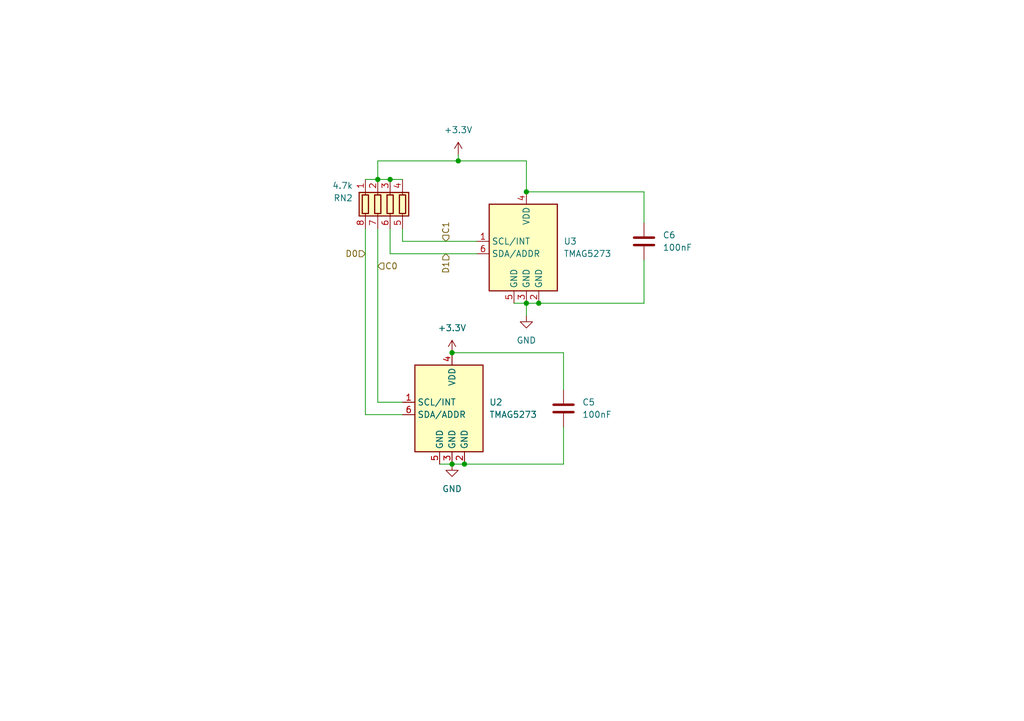
<source format=kicad_sch>
(kicad_sch (version 20230121) (generator eeschema)
  (paper "A5")
  (lib_symbols
    (symbol "Device:C" (pin_numbers hide) (pin_names (offset 0.254))
      (property "Reference" "C" (at 0.635 2.54 0))
      (property "Value" "C" (at 0.635 -2.54 0))
      (symbol "C_0_1"
        (polyline (pts (xy -2.032 -0.762) (xy 2.032 -0.762)) (stroke (width 0.508)))
        (polyline (pts (xy -2.032 0.762) (xy 2.032 0.762)) (stroke (width 0.508)))
      )
      (symbol "C_1_1"
        (pin passive line (at 0 3.81 270) (length 2.794) (name "~") (number "1"))
        (pin passive line (at 0 -3.81 90) (length 2.794) (name "~") (number "2"))
      )
    )
    (symbol "Device:R_Pack04" (pin_names (offset 0) hide)
      (property "Reference" "RN" (at -7.62 0 90))
      (property "Value" "R_Pack04" (at 5.08 0 90))
      (symbol "R_Pack04_0_1"
        (rectangle (start -6.35 -2.413) (end 3.81 2.413) (stroke (width 0.254)) (fill (type background)))
        (rectangle (start -5.715 1.905) (end -4.445 -1.905) (stroke (width 0.254)))
        (rectangle (start -3.175 1.905) (end -1.905 -1.905) (stroke (width 0.254)))
        (rectangle (start -0.635 1.905) (end 0.635 -1.905) (stroke (width 0.254)))
        (polyline (pts (xy -5.08 -2.54) (xy -5.08 -1.905)))
        (polyline (pts (xy -5.08 1.905) (xy -5.08 2.54)))
        (polyline (pts (xy -2.54 -2.54) (xy -2.54 -1.905)))
        (polyline (pts (xy -2.54 1.905) (xy -2.54 2.54)))
        (polyline (pts (xy 0 -2.54) (xy 0 -1.905)))
        (polyline (pts (xy 0 1.905) (xy 0 2.54)))
        (polyline (pts (xy 2.54 -2.54) (xy 2.54 -1.905)))
        (polyline (pts (xy 2.54 1.905) (xy 2.54 2.54)))
        (rectangle (start 1.905 1.905) (end 3.175 -1.905) (stroke (width 0.254)))
      )
      (symbol "R_Pack04_1_1"
        (pin passive line (at -5.08 -5.08 90) (length 2.54) (name "R1.1") (number "1"))
        (pin passive line (at -2.54 -5.08 90) (length 2.54) (name "R2.1") (number "2"))
        (pin passive line (at 0 -5.08 90) (length 2.54) (name "R3.1") (number "3"))
        (pin passive line (at 2.54 -5.08 90) (length 2.54) (name "R4.1") (number "4"))
        (pin passive line (at 2.54 5.08 270) (length 2.54) (name "R4.2") (number "5"))
        (pin passive line (at 0 5.08 270) (length 2.54) (name "R3.2") (number "6"))
        (pin passive line (at -2.54 5.08 270) (length 2.54) (name "R2.2") (number "7"))
        (pin passive line (at -5.08 5.08 270) (length 2.54) (name "R1.2") (number "8"))
      )
    )
    (symbol "Sensor_Magnetic:TLV493D"
      (property "Reference" "U" (at -6.35 11.43 0))
      (property "Value" "TLV493D" (at 5.08 11.43 0))
      (symbol "TLV493D_0_1"
        (rectangle (start -7.62 10.16) (end 6.35 -7.62) (stroke (width 0.254)) (fill (type background)))
      )
      (symbol "TLV493D_1_1"
        (pin bidirectional line (at -10.16 2.54 0) (length 2.54) (name "SCL/INT") (number "1"))
        (pin power_in line (at 2.54 -10.16 90) (length 2.54) (name "GND") (number "2"))
        (pin power_in line (at 0 -10.16 90) (length 2.54) (name "GND") (number "3"))
        (pin power_in line (at 0 12.7 270) (length 2.54) (name "VDD") (number "4"))
        (pin power_in line (at -2.54 -10.16 90) (length 2.54) (name "GND") (number "5"))
        (pin bidirectional line (at -10.16 0 0) (length 2.54) (name "SDA/ADDR") (number "6"))
      )
    )
    (symbol "power:+3.3V" (power) (pin_names (offset 0))
      (property "Value" "+3.3V" (at 0 3.556 0))
      (symbol "+3.3V_0_1"
        (polyline (pts (xy -0.762 1.27) (xy 0 2.54)))
        (polyline (pts (xy 0 0) (xy 0 2.54)))
        (polyline (pts (xy 0 2.54) (xy 0.762 1.27)))
      )
      (symbol "+3.3V_1_1"
        (pin power_in line (at 0 0 90) (length 0) hide (name "+3.3V") (number "1"))
      )
    )
    (symbol "power:GND" (power) (pin_names (offset 0))
      (property "Value" "GND" (at 0 -3.81 0))
      (symbol "GND_0_1"
        (polyline (pts (xy 0 0) (xy 0 -1.27) (xy 1.27 -1.27) (xy 0 -2.54) (xy -1.27 -1.27) (xy 0 -1.27)))
      )
      (symbol "GND_1_1"
        (pin power_in line (at 0 0 270) (length 0) hide (name "GND") (number "1"))
      )
    )
  )
  (junction (at 92.71 95.25))
  (junction (at 95.25 95.25))
  (junction (at 107.95 39.37))
  (junction (at 110.49 62.23))
  (junction (at 93.98 33.02))
  (junction (at 92.71 72.39))
  (junction (at 80.01 36.83))
  (junction (at 107.95 62.23))
  (junction (at 77.47 36.83))
  (wire (pts (xy 82.55 82.55) (xy 77.47 82.55)))
  (wire (pts (xy 110.49 62.23) (xy 132.08 62.23)))
  (wire (pts (xy 107.95 33.02) (xy 107.95 39.37)))
  (wire (pts (xy 82.55 49.53) (xy 82.55 46.99)))
  (wire (pts (xy 107.95 39.37) (xy 132.08 39.37)))
  (wire (pts (xy 80.01 36.83) (xy 82.55 36.83)))
  (wire (pts (xy 80.01 52.07) (xy 80.01 46.99)))
  (wire (pts (xy 77.47 36.83) (xy 80.01 36.83)))
  (wire (pts (xy 97.79 49.53) (xy 82.55 49.53)))
  (wire (pts (xy 74.93 46.99) (xy 74.93 85.09)))
  (wire (pts (xy 107.95 62.23) (xy 110.49 62.23)))
  (wire (pts (xy 115.57 87.63) (xy 115.57 95.25)))
  (wire (pts (xy 77.47 82.55) (xy 77.47 46.99)))
  (wire (pts (xy 115.57 72.39) (xy 115.57 80.01)))
  (wire (pts (xy 132.08 53.34) (xy 132.08 62.23)))
  (wire (pts (xy 115.57 72.39) (xy 92.71 72.39)))
  (wire (pts (xy 77.47 33.02) (xy 77.47 36.83)))
  (wire (pts (xy 90.17 95.25) (xy 92.71 95.25)))
  (wire (pts (xy 97.79 52.07) (xy 80.01 52.07)))
  (wire (pts (xy 77.47 36.83) (xy 74.93 36.83)))
  (wire (pts (xy 115.57 95.25) (xy 95.25 95.25)))
  (wire (pts (xy 132.08 39.37) (xy 132.08 45.72)))
  (wire (pts (xy 74.93 85.09) (xy 82.55 85.09)))
  (wire (pts (xy 107.95 62.23) (xy 105.41 62.23)))
  (wire (pts (xy 93.98 33.02) (xy 107.95 33.02)))
  (wire (pts (xy 77.47 33.02) (xy 93.98 33.02)))
  (wire (pts (xy 95.25 95.25) (xy 92.71 95.25)))
  (wire (pts (xy 107.95 62.23) (xy 107.95 64.77)))
  (wire (pts (xy 93.98 31.75) (xy 93.98 33.02)))
  (hierarchical_label "D0" (shape input) (at 74.93 52.07 180))
  (hierarchical_label "D1" (shape input) (at 91.44 52.07 270))
  (hierarchical_label "C1" (shape input) (at 91.44 49.53 90))
  (hierarchical_label "C0" (shape input) (at 77.47 54.61 0))
  (symbol (lib_id "Sensor_Magnetic:TLV493D") (at 92.71 85.09 0) (unit 1)
    (property "Reference" "U2" (at 100.33 82.55 0) (effects (justify left)))
    (property "Value" "TMAG5273" (at 100.33 85.09 0) (effects (justify left)))
    (property "Footprint" "Package_TO_SOT_SMD:SOT-23-6" (effects hide))
    (property "Datasheet" "http://www.infineon.com/dgdl/Infineon-TLV493D-A1B6-DS-v01_00-EN.pdf?fileId=5546d462525dbac40152a6b85c760e80" (effects hide))
    (property "LCSC" "C3715882" (effects hide))
    (instances (project "chessboard" (path "" (reference "U2") (unit 1)) (path "" (reference "U4") (unit 1)) (path "" (reference "U6") (unit 1)) (path "" (reference "U8") (unit 1))))
  )
  (symbol (lib_id "power:+3.3V") (at 93.98 31.75 0) (unit 1)
    (property "Reference" "#PWR029" (effects hide))
    (property "Value" "+3.3V" (at 93.98 26.67 0))
    (instances (project "chessboard" (path "" (reference "#PWR029") (unit 1)) (path "" (reference "#PWR025") (unit 1)) (path "" (reference "#PWR037") (unit 1)) (path "" (reference "#PWR033") (unit 1))))
  )
  (symbol (lib_id "power:GND") (at 92.71 95.25 0) (unit 1)
    (property "Reference" "#PWR028" (effects hide))
    (property "Value" "GND" (at 92.71 100.33 0))
    (instances (project "chessboard" (path "" (reference "#PWR028") (unit 1)) (path "" (reference "#PWR024") (unit 1)) (path "" (reference "#PWR036") (unit 1)) (path "" (reference "#PWR032") (unit 1))))
  )
  (symbol (lib_id "Device:R_Pack04") (at 80.01 41.91 0) (mirror x) (unit 1)
    (property "Reference" "RN2" (at 72.39 40.64 0) (effects (justify right)))
    (property "Value" "4.7k" (at 72.39 38.1 0) (effects (justify right)))
    (property "Footprint" "Resistor_SMD:R_Array_Convex_4x0603" (effects hide))
    (property "LCSC" "C1980" (effects hide))
    (instances (project "chessboard" (path "" (reference "RN2") (unit 1)) (path "" (reference "RN1") (unit 1)) (path "" (reference "RN4") (unit 1)) (path "" (reference "RN3") (unit 1))))
  )
  (symbol (lib_id "Device:C") (at 132.08 49.53 0) (unit 1)
    (property "Reference" "C6" (at 135.89 48.26 0) (effects (justify left)))
    (property "Value" "100nF" (at 135.89 50.8 0) (effects (justify left)))
    (property "Footprint" "Capacitor_SMD:C_0805_2012Metric_Pad1.18x1.45mm_HandSolder" (effects hide))
    (instances (project "chessboard" (path "" (reference "C6") (unit 1)) (path "" (reference "C4") (unit 1)) (path "" (reference "C10") (unit 1)) (path "" (reference "C8") (unit 1))))
  )
  (symbol (lib_id "Device:C") (at 115.57 83.82 0) (unit 1)
    (property "Reference" "C5" (at 119.38 82.55 0) (effects (justify left)))
    (property "Value" "100nF" (at 119.38 85.09 0) (effects (justify left)))
    (property "Footprint" "Capacitor_SMD:C_0805_2012Metric_Pad1.18x1.45mm_HandSolder" (effects hide))
    (instances (project "chessboard" (path "" (reference "C5") (unit 1)) (path "" (reference "C3") (unit 1)) (path "" (reference "C9") (unit 1)) (path "" (reference "C7") (unit 1))))
  )
  (symbol (lib_id "power:GND") (at 107.95 64.77 0) (unit 1)
    (property "Reference" "#PWR030" (effects hide))
    (property "Value" "GND" (at 107.95 69.85 0))
    (instances (project "chessboard" (path "" (reference "#PWR030") (unit 1)) (path "" (reference "#PWR026") (unit 1)) (path "" (reference "#PWR038") (unit 1)) (path "" (reference "#PWR034") (unit 1))))
  )
  (symbol (lib_id "power:+3.3V") (at 92.71 72.39 0) (unit 1)
    (property "Reference" "#PWR027" (effects hide))
    (property "Value" "+3.3V" (at 92.71 67.31 0))
    (instances (project "chessboard" (path "" (reference "#PWR027") (unit 1)) (path "" (reference "#PWR023") (unit 1)) (path "" (reference "#PWR035") (unit 1)) (path "" (reference "#PWR031") (unit 1))))
  )
  (symbol (lib_id "Sensor_Magnetic:TLV493D") (at 107.95 52.07 0) (unit 1)
    (property "Reference" "U3" (at 115.57 49.53 0) (effects (justify left)))
    (property "Value" "TMAG5273" (at 115.57 52.07 0) (effects (justify left)))
    (property "Footprint" "Package_TO_SOT_SMD:SOT-23-6" (effects hide))
    (property "Datasheet" "http://www.infineon.com/dgdl/Infineon-TLV493D-A1B6-DS-v01_00-EN.pdf?fileId=5546d462525dbac40152a6b85c760e80" (effects hide))
    (property "LCSC" "C3715882" (effects hide))
    (instances (project "chessboard" (path "" (reference "U3") (unit 1)) (path "" (reference "U5") (unit 1)) (path "" (reference "U7") (unit 1)) (path "" (reference "U9") (unit 1))))
  )
)
</source>
